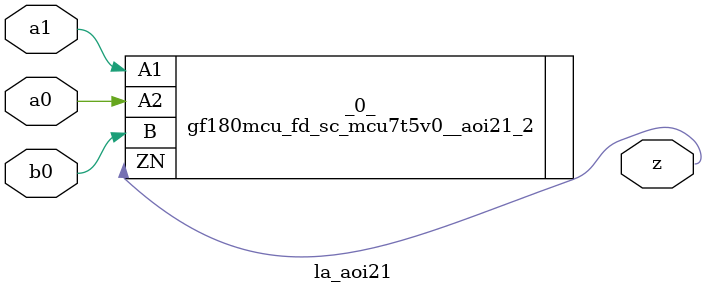
<source format=v>
/* Generated by Yosys 0.37 (git sha1 a5c7f69ed, clang 14.0.0-1ubuntu1.1 -fPIC -Os) */

module la_aoi21(a0, a1, b0, z);
  input a0;
  wire a0;
  input a1;
  wire a1;
  input b0;
  wire b0;
  output z;
  wire z;
  gf180mcu_fd_sc_mcu7t5v0__aoi21_2 _0_ (
    .A1(a1),
    .A2(a0),
    .B(b0),
    .ZN(z)
  );
endmodule

</source>
